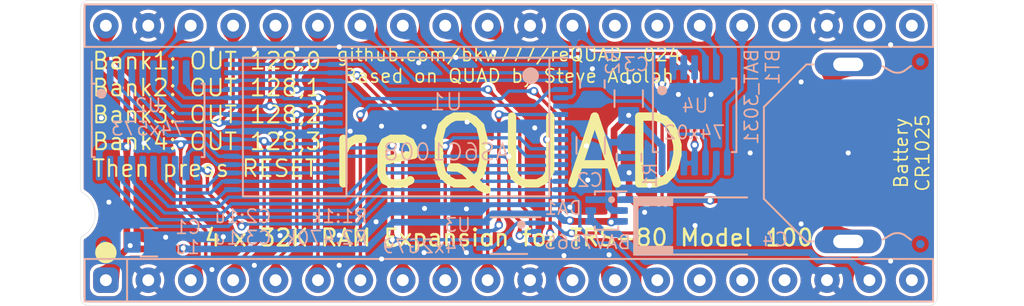
<source format=kicad_pcb>
(kicad_pcb (version 20221018) (generator pcbnew)
  (title_block (title "reQUAD") (date "2023-11-04") (rev "024") (company "Brian K. White - b.kenyon.w@gmail.com") (comment 1 "Original design by Steve Adolph"))
  (layers (0 "F.Cu" signal) (31 "B.Cu" signal) (34 "B.Paste" user) (35 "F.Paste" user) (36 "B.SilkS" user "B.Silkscreen") (37 "F.SilkS" user "F.Silkscreen") (38 "B.Mask" user) (39 "F.Mask" user) (44 "Edge.Cuts" user))
  (net 0 "")
  (net 1 "GND")
  (net 2 "/AD1")
  (net 3 "/AD3")
  (net 4 "/AD5")
  (net 5 "/AD7")
  (net 6 "/A9")
  (net 7 "/A11")
  (net 8 "/A13")
  (net 9 "/A15")
  (net 10 "/A14")
  (net 11 "/A12")
  (net 12 "/A10")
  (net 13 "/A8")
  (net 14 "/~{Y0}")
  (net 15 "/AD6")
  (net 16 "/AD4")
  (net 17 "/AD2")
  (net 18 "/AD0")
  (net 19 "VBUS")
  (net 22 "/A1")
  (net 23 "/A3")
  (net 24 "/A2")
  (net 25 "/A0")
  (net 26 "/A4")
  (net 27 "/A5")
  (net 28 "/A6")
  (net 29 "/A7")
  (net 30 "VMEM")
  (net 37 "/BUS_A15")
  (net 38 "/~{RD}")
  (net 39 "/A16")
  (net 40 "/RAM_RST")
  (net 41 "/IO{slash}~{M}")
  (net 42 "/ALE")
  (net 44 "/RESET")
  (net 45 "/~{WR}")
  (net 46 "/RAM_CE2")
  (net 47 "/BANK_LATCH")
  (net 48 "/BATT+")
  (net 49 "Net-(U4-Pad2)")
  (net 50 "Net-(U4-Pad13)")
  (net 51 "Net-(C4-Pad1)")
  (footprint "000_LOCAL:TSSOP-20_4.4x6.5mm_P0.65mm" (layer "B.Cu") (at 128.4 98.05 -90)
    (fp_text reference "U2")
    (fp_text value "74x573")
  )
  (footprint "000_LOCAL:TSSOP-14_4.4x5mm_P0.65mm" (layer "B.Cu") (at 161.125 97.75 -90)
    (fp_text reference "U4")
    (fp_text value "74x02")
  )
  (footprint "000_LOCAL:DIP-40_PCB" (layer "B.Cu") (at 149.999293 100.000707)
    (fp_text reference "J1" hide)
    (fp_text value "Model_100_System_BUS")
    (fp_line (start -25.654 -8.636) (end -25.654 2.159) (stroke (width 0.0254)) (layer "Edge.Cuts"))
    (fp_line (start -25.654 5.207) (end -25.654 8.636) (stroke (width 0.0254)) (layer "Edge.Cuts"))
    (fp_line (start -25.146 9.144) (end 25.146 9.144) (stroke (width 0.0254)) (layer "Edge.Cuts"))
    (fp_line (start 25.146 -9.144) (end -25.146 -9.144) (stroke (width 0.0254)) (layer "Edge.Cuts"))
    (fp_line (start 25.654 8.636) (end 25.654 -8.636) (stroke (width 0.0254)) (layer "Edge.Cuts"))
    (fp_arc (start -25.654 -8.636) (mid -25.50521 -8.99521) (end -25.146 -9.144) (stroke (width 0.0254)) (layer "Edge.Cuts"))
    (fp_arc (start -25.654 5.207) (mid -25.61997 5.080003) (end -25.527 4.987036) (stroke (width 0.0254)) (layer "Edge.Cuts"))
    (fp_arc (start -25.527 2.378964) (mid -25.61997 2.285997) (end -25.654 2.159) (stroke (width 0.0254)) (layer "Edge.Cuts"))
    (fp_arc (start -25.527 2.378964) (mid -24.774114 3.683) (end -25.527 4.987036) (stroke (width 0.0254)) (layer "Edge.Cuts"))
    (fp_arc (start -25.146 9.144) (mid -25.50521 8.99521) (end -25.654 8.636) (stroke (width 0.0254)) (layer "Edge.Cuts"))
    (fp_arc (start 25.146 -9.144) (mid 25.50521 -8.99521) (end 25.654 -8.636) (stroke (width 0.0254)) (layer "Edge.Cuts"))
    (fp_arc (start 25.654 8.636) (mid 25.50521 8.99521) (end 25.146 9.144) (stroke (width 0.0254)) (layer "Edge.Cuts"))
  )
  (footprint "000_LOCAL:C_0805" (layer "B.Cu") (at 154.9 99.55 -90)
    (fp_text reference "C2")
    (fp_text value "1u")
  )
  (footprint "000_LOCAL:VSSOP-8_2.3x2mm_P0.5mm" (layer "B.Cu") (at 150 104.95 180)
    (fp_text reference "U3")
    (fp_text value "74x2G79")
  )
  (footprint "000_LOCAL:Keystone_3031" (layer "B.Cu") (at 170.32 100 -90)
    (fp_text reference "BT1")
    (fp_text value "BAT_3031")
  )
  (footprint "000_LOCAL:R_0805" (layer "B.Cu") (at 155 95.875 90)
    (fp_text reference "R2")
    (fp_text value "470k")
  )
  (footprint "000_LOCAL:Fiducial_0.5_1.0" (layer "B.Cu") (at 125.75 105.5)
    (fp_text reference "F1" hide)
    (fp_text value "Fiducial_0.5_1.0")
  )
  (footprint "000_LOCAL:TSOP32-dual" (layer "B.Cu") (at 143.25 98.45 180)
    (fp_text reference "U1")
    (fp_text value "AS6C1008")
  )
  (footprint "000_LOCAL:Fiducial_0.5_1.0" (layer "B.Cu") (at 174.638 94.539)
    (fp_text reference "F3" hide)
    (fp_text value "Fiducial_0.5_1.0")
  )
  (footprint "000_LOCAL:C_0805" (layer "B.Cu") (at 128.45 105.35)
    (fp_text reference "C1")
    (fp_text value "1u")
  )
  (footprint "000_LOCAL:R_0805" (layer "B.Cu") (at 157.2 100.275 -90)
    (fp_text reference "R1")
    (fp_text value "1k")
  )
  (footprint "000_LOCAL:CP_EIA-6032-28" (layer "B.Cu") (at 161.2625 104.375)
    (fp_text reference "C4")
    (fp_text value "220u")
  )
  (footprint "000_LOCAL:Fiducial_0.5_1.0" (layer "B.Cu") (at 174.638 105.461)
    (fp_text reference "F2" hide)
    (fp_text value "Fiducial_0.5_1.0")
  )
  (footprint "000_LOCAL:C_0805" (layer "B.Cu") (at 157.175 96.75 90)
    (fp_text reference "C3")
    (fp_text value "1u")
  )
  (footprint "000_LOCAL:SOT-363" (layer "B.Cu") (at 155.85 103.45 180)
    (fp_text reference "DA1")
    (fp_text value "BAV756S")
  )
  (gr_text "R1:${c9ddfe98-400f-4ef9-b959-878c201bac72:VALUE}\nR2:${2e007350-c3e0-4b02-ad80-1f48bc9a9a17:VALUE}" (at 141.6 105.55) (layer "B.SilkS") (effects (font (size 0.8 0.8) (thickness 0.1)) (justify left bottom mirror)))
  (gr_text "C2:${00000000-0000-0000-0000-00006082f7c9:VALUE}\nC3:${f7501592-b6e5-41cf-84c0-263deadb2362:VALUE}" (at 135.85 105.55) (layer "B.SilkS") (effects (font (size 0.8 0.8) (thickness 0.1)) (justify left bottom mirror)))
  (gr_text "4 x 32K RAM Expansion for TRS-80 Model 100" (at 150 105.08) (layer "F.SilkS") (effects (font (size 1 1))))
  (gr_text "Battery\nCR1025" (at 174.13 100 90) (layer "F.SilkS") (effects (font (size 0.8 0.8) (thickness 0.1))))
  (gr_text "github.com/bkw777/reQUAD  ${REVISION}\nBased on QUAD by Steve Adolph" (at 150 94.75) (layer "F.SilkS") (effects (font (size 0.8 0.8) (thickness 0.1))))
  (gr_text "Bank1: OUT 128,0\nBank2: OUT 128,1\nBank3: OUT 128,2\nBank4: OUT 128,3\nThen press RESET\n" (at 124.981 93.904) (layer "F.SilkS") (effects (font (size 1 1) (thickness 0.12)) (justify left top)))
  (gr_text "${TITLE}" (at 150 100) (layer "F.SilkS") (effects (font (size 4 4) (thickness 0.5))))
  (via (at 167.5 104.25) (size 0.5) (drill 0.3) (layers "F.Cu" "B.Cu") (net 1))
  (via (at 154.7244 101.6256) (size 0.5) (drill 0.3) (layers "F.Cu" "B.Cu") (net 1))
  (via (at 144.925 98.425) (size 0.5) (drill 0.3) (layers "F.Cu" "B.Cu") (net 1))
  (via (at 136.325 98.825) (size 0.5) (drill 0.3) (layers "F.Cu" "B.Cu") (net 1))
  (via (at 132.9 105.025) (size 0.5) (drill 0.3) (layers "F.Cu" "B.Cu") (net 1))
  (via (at 126.05 102.95) (size 0.5) (drill 0.3) (layers "F.Cu" "B.Cu") (net 1))
  (via (at 158.425 101.95) (size 0.5) (drill 0.3) (layers "F.Cu" "B.Cu") (net 1))
  (via (at 144.95 103.325) (size 0.5) (drill 0.3) (layers "F.Cu" "B.Cu") (net 1))
  (via (at 134.76 106.731) (size 0.5) (drill 0.3) (layers "F.Cu" "B.Cu") (net 1))
  (via (at 160.15 96.5) (size 0.5) (drill 0.3) (layers "F.Cu" "B.Cu") (net 1))
  (via (at 147.5 98.15) (size 0.5) (drill 0.3) (layers "F.Cu" "B.Cu") (net 1))
  (via (at 151.55 98.5) (size 0.5) (drill 0.3) (layers "F.Cu" "B.Cu") (net 1))
  (via (at 129.45 105.05) (size 0.5) (drill 0.3) (layers "F.Cu" "B.Cu") (net 1))
  (via (at 146.825 94.285) (size 0.5) (drill 0.3) (layers "F.Cu" "B.Cu") (net 1))
  (via (at 137.3 93.777) (size 0.5) (drill 0.3) (layers "F.Cu" "B.Cu") (net 1))
  (via (at 128.15 99.425) (size 0.5) (drill 0.3) (layers "F.Cu" "B.Cu") (net 1))
  (via (at 155 94.9625) (size 0.5) (drill 0.3) (layers "F.Cu" "B.Cu") (net 1))
  (via (at 140.5 98.7) (size 0.5) (drill 0.3) (layers "F.Cu" "B.Cu") (net 1))
  (via (at 134.76 93.777) (size 0.5) (drill 0.3) (layers "F.Cu" "B.Cu") (net 1))
  (via (at 136.3 104.95) (size 0.5) (drill 0.3) (layers "F.Cu" "B.Cu") (net 1))
  (via (at 132.22 106.985) (size 0.5) (drill 0.3) (layers "F.Cu" "B.Cu") (net 1))
  (via (at 153.3 106.15) (size 0.5) (drill 0.3) (layers "F.Cu" "B.Cu") (net 1))
  (via (at 156 106.1) (size 0.5) (drill 0.3) (layers "F.Cu" "B.Cu") (net 1))
  (via (at 149.1 93.975) (size 0.5) (drill 0.3) (layers "F.Cu" "B.Cu") (net 1))
  (via (at 139.84 93.65) (size 0.5) (drill 0.3) (layers "F.Cu" "B.Cu") (net 1))
  (via (at 150 105.715) (size 0.5) (drill 0.3) (layers "F.Cu" "B.Cu") (net 1))
  (via (at 154.65 99.575) (size 0.5) (drill 0.3) (layers "F.Cu" "B.Cu") (net 1))
  (via (at 144.92 105.969) (size 0.5) (drill 0.3) (layers "F.Cu" "B.Cu") (net 1))
  (via (at 144.6 94.6) (size 0.5) (drill 0.3) (layers "F.Cu" "B.Cu") (net 1))
  (via (at 142.05 104.125) (size 0.5) (drill 0.3) (layers "F.Cu" "B.Cu") (net 1))
  (via (at 164.45 100) (size 0.5) (drill 0.3) (layers "F.Cu" "B.Cu") (net 1))
  (via (at 147.46 103.35) (size 0.5) (drill 0.3) (layers "F.Cu" "B.Cu") (net 1))
  (via (at 172.86 93.523) (size 0.5) (drill 0.3) (layers "F.Cu" "B.Cu") (net 1))
  (via (at 170.32 100) (size 0.5) (drill 0.3) (layers "F.Cu" "B.Cu") (net 1))
  (via (at 125.6 97.9) (size 0.5) (drill 0.3) (layers "F.Cu" "B.Cu") (net 1))
  (via (at 172.86 106.477) (size 0.5) (drill 0.3) (layers "F.Cu" "B.Cu") (net 1))
  (via (at 167.5 95.75) (size 0.5) (drill 0.3) (layers "F.Cu" "B.Cu") (net 1))
  (via (at 153.65 103.25) (size 0.5) (drill 0.3) (layers "F.Cu" "B.Cu") (net 1))
  (via (at 132.22 93.777) (size 0.5) (drill 0.3) (layers "F.Cu" "B.Cu") (net 1))
  (via (at 161.15 104.35) (size 0.5) (drill 0.3) (layers "F.Cu" "B.Cu") (net 1))
  (via (at 162.1 96.5) (size 0.5) (drill 0.3) (layers "F.Cu" "B.Cu") (net 1))
  (via (at 139.85 104.925) (size 0.5) (drill 0.3) (layers "F.Cu" "B.Cu") (net 1))
  (via (at 142.38 106.35) (size 0.5) (drill 0.3) (layers "F.Cu" "B.Cu") (net 1))
  (via (at 142.375 98.4) (size 0.5) (drill 0.3) (layers "F.Cu" "B.Cu") (net 1))
  (via (at 147.46 105.969) (size 0.5) (drill 0.3) (layers "F.Cu" "B.Cu") (net 1))
  (via (at 157.175 95.75) (size 0.5) (drill 0.3) (layers "F.Cu" "B.Cu") (net 1))
  (via (at 139.84 106.731) (size 0.5) (drill 0.3) (layers "F.Cu" "B.Cu") (net 1))
  (segment (start 168.949107 107.620707) (end 168.3642 107.0358) (width 0.4) (layer "B.Cu") (net 1))
  (segment (start 169.150893 107.620707) (end 168.949107 107.620707) (width 0.4) (layer "B.Cu") (net 1))
  (segment (start 169.7358 107.0358) (end 169.150893 107.620707) (width 0.4) (layer "B.Cu") (net 1))
  (segment (start 168.0848 107.0358) (end 170.0152 107.0358) (width 0.4) (layer "B.Cu") (net 1))
  (segment (start 143.025 105.2) (end 143.025 99.55) (width 0.2) (layer "F.Cu") (net 2))
  (via (at 143.025 99.55) (size 0.5) (drill 0.3) (layers "F.Cu" "B.Cu") (net 2))
  (via (at 143.025 105.2) (size 0.5) (drill 0.3) (layers "F.Cu" "B.Cu") (net 2))
  (segment (start 142.875 99.7) (end 143.025 99.55) (width 0.2) (layer "B.Cu") (net 2))
  (segment (start 131.9875 98.95) (end 129.55 98.95) (width 0.2) (layer "B.Cu") (net 2))
  (segment (start 126.875 95.0875) (end 126.875 94.3375) (width 0.2) (layer "B.Cu") (net 2))
  (segment (start 129.55 98.95) (end 126.775 96.175) (width 0.2) (layer "B.Cu") (net 2))
  (segment (start 133.4 99.7) (end 134.55 99.7) (width 0.2) (layer "B.Cu") (net 2))
  (segment (start 138.9 99.7) (end 139.6 99.7) (width 0.2) (layer "B.Cu") (net 2))
  (segment (start 133.4 99.7) (end 132.7375 99.7) (width 0.2) (layer "B.Cu") (net 2))
  (segment (start 134.55 99.7) (end 134.7 99.85) (width 0.2) (layer "B.Cu") (net 2))
  (segment (start 139.6 99.7) (end 142.875 99.7) (width 0.2) (layer "B.Cu") (net 2))
  (segment (start 129.23 94.1) (end 130.949293 92.380707) (width 0.2) (layer "B.Cu") (net 2))
  (segment (start 127.1125 94.1) (end 129.23 94.1) (width 0.2) (layer "B.Cu") (net 2))
  (segment (start 126.775 96.175) (end 126.775 95.1875) (width 0.2) (layer "B.Cu") (net 2))
  (segment (start 138.75 99.85) (end 138.9 99.7) (width 0.2) (layer "B.Cu") (net 2))
  (segment (start 132.7375 99.7) (end 131.9875 98.95) (width 0.2) (layer "B.Cu") (net 2))
  (segment (start 134.7 99.85) (end 138.75 99.85) (width 0.2) (layer "B.Cu") (net 2))
  (segment (start 126.775 95.1875) (end 126.875 95.0875) (width 0.2) (layer "B.Cu") (net 2))
  (segment (start 126.875 94.3375) (end 127.1125 94.1) (width 0.2) (layer "B.Cu") (net 2))
  (segment (start 148.45 105.2) (end 143.025 105.2) (width 0.2) (layer "B.Cu") (net 2))
  (segment (start 133.489293 97.360707) (end 133.489293 92.380707) (width 0.2) (layer "F.Cu") (net 3))
  (segment (start 132.65 98.2) (end 133.489293 97.360707) (width 0.2) (layer "F.Cu") (net 3))
  (via (at 132.65 98.2) (size 0.5) (drill 0.3) (layers "F.Cu" "B.Cu") (net 3))
  (segment (start 137.875 98.2) (end 137.775 98.3) (width 0.2) (layer "B.Cu") (net 3))
  (segment (start 137.775 98.3) (end 136.825 98.3) (width 0.2) (layer "B.Cu") (net 3))
  (segment (start 136.825 98.3) (end 136.725 98.2) (width 0.2) (layer "B.Cu") (net 3))
  (segment (start 136.725 98.2) (end 133.4 98.2) (width 0.2) (layer "B.Cu") (net 3))
  (segment (start 132.65 98.2) (end 132.6 98.15) (width 0.2) (layer "B.Cu") (net 3))
  (segment (start 128.075 96.175) (end 128.075 95.1875) (width 0.2) (layer "B.Cu") (net 3))
  (segment (start 133.4 98.2) (end 132.65 98.2) (width 0.2) (layer "B.Cu") (net 3))
  (segment (start 130.05 98.15) (end 128.075 96.175) (width 0.2) (layer "B.Cu") (net 3))
  (segment (start 139.6 98.2) (end 137.875 98.2) (width 0.2) (layer "B.Cu") (net 3))
  (segment (start 132.6 98.15) (end 130.05 98.15) (width 0.2) (layer "B.Cu") (net 3))
  (segment (start 136.029293 92.380707) (end 136.029293 94.320707) (width 0.2) (layer "F.Cu") (net 4))
  (segment (start 135.7 94.65) (end 135.7 97.2) (width 0.2) (layer "F.Cu") (net 4))
  (segment (start 136.029293 94.320707) (end 135.7 94.65) (width 0.2) (layer "F.Cu") (net 4))
  (via (at 135.7 97.2) (size 0.5) (drill 0.3) (layers "F.Cu" "B.Cu") (net 4))
  (segment (start 129.375 96.175) (end 129.375 95.1875) (width 0.2) (layer "B.Cu") (net 4))
  (segment (start 130.4 97.2) (end 129.375 96.175) (width 0.2) (layer "B.Cu") (net 4))
  (segment (start 138 97.25) (end 139.55 97.25) (width 0.2) (layer "B.Cu") (net 4))
  (segment (start 133.4 97.2) (end 130.4 97.2) (width 0.2) (layer "B.Cu") (net 4))
  (segment (start 135.75 97.15) (end 137.9 97.15) (width 0.2) (layer "B.Cu") (net 4))
  (segment (start 139.55 97.25) (end 139.6 97.2) (width 0.2) (layer "B.Cu") (net 4))
  (segment (start 135.7 97.2) (end 133.4 97.2) (width 0.2) (layer "B.Cu") (net 4))
  (segment (start 137.9 97.15) (end 138 97.25) (width 0.2) (layer "B.Cu") (net 4))
  (segment (start 135.7 97.2) (end 135.75 97.15) (width 0.2) (layer "B.Cu") (net 4))
  (segment (start 137.3 95.3) (end 138.569293 94.030707) (width 0.2) (layer "F.Cu") (net 5))
  (segment (start 137.3 96.2) (end 137.3 95.3) (width 0.2) (layer "F.Cu") (net 5))
  (segment (start 138.569293 94.030707) (end 138.569293 92.380707) (width 0.2) (layer "F.Cu") (net 5))
  (via (at 137.3 96.2) (size 0.5) (drill 0.3) (layers "F.Cu" "B.Cu") (net 5))
  (segment (start 137.25 96.15) (end 133.45 96.15) (width 0.2) (layer "B.Cu") (net 5))
  (segment (start 130.775 95.2875) (end 130.775 96) (width 0.2) (layer "B.Cu") (net 5))
  (segment (start 139.55 96.15) (end 139.6 96.2) (width 0.2) (layer "B.Cu") (net 5))
  (segment (start 137.3 96.2) (end 137.25 96.15) (width 0.2) (layer "B.Cu") (net 5))
  (segment (start 133.45 96.15) (end 133.4 96.2) (width 0.2) (layer "B.Cu") (net 5))
  (segment (start 130.675 95.1875) (end 130.775 95.2875) (width 0.2) (layer "B.Cu") (net 5))
  (segment (start 133.35 96.25) (end 133.4 96.2) (width 0.2) (layer "B.Cu") (net 5))
  (segment (start 131.025 96.25) (end 133.35 96.25) (width 0.2) (layer "B.Cu") (net 5))
  (segment (start 130.775 96) (end 131.025 96.25) (width 0.2) (layer "B.Cu") (net 5))
  (segment (start 137.3 96.2) (end 137.35 96.15) (width 0.2) (layer "B.Cu") (net 5))
  (segment (start 137.35 96.15) (end 139.55 96.15) (width 0.2) (layer "B.Cu") (net 5))
  (segment (start 144.378586 95.65) (end 141.109293 92.380707) (width 0.2) (layer "B.Cu") (net 6))
  (segment (start 153.1 95.7) (end 153.05 95.65) (width 0.2) (layer "B.Cu") (net 6))
  (segment (start 153.05 95.65) (end 144.378586 95.65) (width 0.2) (layer "B.Cu") (net 6))
  (segment (start 146.468586 95.2) (end 143.649293 92.380707) (width 0.2) (layer "B.Cu") (net 7))
  (segment (start 153.1 95.2) (end 146.468586 95.2) (width 0.2) (layer "B.Cu") (net 7))
  (segment (start 153.1 94.7) (end 148.508586 94.7) (width 0.2) (layer "B.Cu") (net 8))
  (segment (start 148.508586 94.7) (end 146.189293 92.380707) (width 0.2) (layer "B.Cu") (net 8))
  (segment (start 149.4 104.325) (end 149.4 97.7) (width 0.2) (layer "F.Cu") (net 9))
  (via (at 149.4 97.7) (size 0.5) (drill 0.3) (layers "F.Cu" "B.Cu") (net 9))
  (via (at 149.4 104.325) (size 0.5) (drill 0.3) (layers "F.Cu" "B.Cu") (net 9))
  (segment (start 148.5 104.65) (end 148.45 104.7) (width 0.2) (layer "B.Cu") (net 9))
  (segment (start 149.075 104.65) (end 148.5 104.65) (width 0.2) (layer "B.Cu") (net 9))
  (segment (start 149.4 104.325) (end 149.075 104.65) (width 0.2) (layer "B.Cu") (net 9))
  (segment (start 153.1 97.7) (end 149.4 97.7) (width 0.2) (layer "B.Cu") (net 9))
  (segment (start 148.729293 99.65) (end 148.729293 107.620707) (width 0.2) (layer "F.Cu") (net 10))
  (via (at 148.729293 99.65) (size 0.5) (drill 0.3) (layers "F.Cu" "B.Cu") (net 10))
  (segment (start 150.5 99.65) (end 151.05 100.2) (width 0.2) (layer "B.Cu") (net 10))
  (segment (start 148.729293 99.65) (end 150.5 99.65) (width 0.2) (layer "B.Cu") (net 10))
  (segment (start 151.05 100.2) (end 153.1 100.2) (width 0.2) (layer "B.Cu") (net 10))
  (segment (start 146.189293 99.6) (end 146.189293 107.620707) (width 0.2) (layer "F.Cu") (net 11))
  (via (at 146.189293 99.6) (size 0.5) (drill 0.3) (layers "F.Cu" "B.Cu") (net 11))
  (segment (start 146.189293 99.6) (end 146.689293 99.1) (width 0.2) (layer "B.Cu") (net 11))
  (segment (start 153.05 99.75) (end 153.1 99.7) (width 0.2) (layer "B.Cu") (net 11))
  (segment (start 146.689293 99.1) (end 150.65 99.1) (width 0.2) (layer "B.Cu") (net 11))
  (segment (start 151.3 99.75) (end 153.05 99.75) (width 0.2) (layer "B.Cu") (net 11))
  (segment (start 150.65 99.1) (end 151.3 99.75) (width 0.2) (layer "B.Cu") (net 11))
  (segment (start 140.9 95.35) (end 143.649293 98.099293) (width 0.2) (layer "F.Cu") (net 12))
  (segment (start 143.649293 98.099293) (end 143.649293 107.620707) (width 0.2) (layer "F.Cu") (net 12))
  (via (at 140.9 95.35) (size 0.5) (drill 0.3) (layers "F.Cu" "B.Cu") (net 12))
  (segment (start 140.75 95.2) (end 139.6 95.2) (width 0.2) (layer "B.Cu") (net 12))
  (segment (start 140.9 95.35) (end 140.75 95.2) (width 0.2) (layer "B.Cu") (net 12))
  (segment (start 133.4 95.2) (end 139.6 95.2) (width 0.2) (layer "B.Cu") (net 12))
  (segment (start 141.109293 97.7) (end 141.109293 107.620707) (width 0.2) (layer "F.Cu") (net 13))
  (via (at 141.109293 97.7) (size 0.5) (drill 0.3) (layers "F.Cu" "B.Cu") (net 13))
  (segment (start 153.05 96.25) (end 153.1 96.2) (width 0.2) (layer "B.Cu") (net 13))
  (segment (start 152.45 96.25) (end 153.05 96.25) (width 0.2) (layer "B.Cu") (net 13))
  (segment (start 141.659293 97.15) (end 151.55 97.15) (width 0.2) (layer "B.Cu") (net 13))
  (segment (start 151.55 97.15) (end 152.45 96.25) (width 0.2) (layer "B.Cu") (net 13))
  (segment (start 141.109293 97.7) (end 141.659293 97.15) (width 0.2) (layer "B.Cu") (net 13))
  (segment (start 162.325 93.675) (end 161.429293 92.779293) (width 0.2) (layer "B.Cu") (net 14))
  (segment (start 162.425 94.8875) (end 162.325 94.7875) (width 0.2) (layer "B.Cu") (net 14))
  (segment (start 161.429293 92.779293) (end 161.429293 92.380707) (width 0.2) (layer "B.Cu") (net 14))
  (segment (start 162.325 94.7875) (end 162.325 93.675) (width 0.2) (layer "B.Cu") (net 14))
  (segment (start 138.569293 96.730707) (end 138.569293 107.620707) (width 0.2) (layer "F.Cu") (net 15))
  (segment (start 138.6 96.7) (end 138.569293 96.730707) (width 0.2) (layer "F.Cu") (net 15))
  (via (at 138.6 96.7) (size 0.5) (drill 0.3) (layers "F.Cu" "B.Cu") (net 15))
  (segment (start 136.45 96.65) (end 133.45 96.65) (width 0.2) (layer "B.Cu") (net 15))
  (segment (start 130.025 96.175) (end 130.55 96.7) (width 0.2) (layer "B.Cu") (net 15))
  (segment (start 138.55 96.75) (end 136.55 96.75) (width 0.2) (layer "B.Cu") (net 15))
  (segment (start 130.55 96.7) (end 133.4 96.7) (width 0.2) (layer "B.Cu") (net 15))
  (segment (start 138.6 96.7) (end 138.55 96.75) (width 0.2) (layer "B.Cu") (net 15))
  (segment (start 133.45 96.65) (end 133.4 96.7) (width 0.2) (layer "B.Cu") (net 15))
  (segment (start 130.025 95.1875) (end 130.025 96.175) (width 0.2) (layer "B.Cu") (net 15))
  (segment (start 138.6 96.7) (end 139.6 96.7) (width 0.2) (layer "B.Cu") (net 15))
  (segment (start 136.55 96.75) (end 136.45 96.65) (width 0.2) (layer "B.Cu") (net 15))
  (segment (start 137.3 97.7) (end 137.3 105.207) (width 0.2) (layer "F.Cu") (net 16))
  (segment (start 136.029293 106.477707) (end 136.029293 107.620707) (width 0.2) (layer "F.Cu") (net 16))
  (segment (start 137.3 105.207) (end 136.029293 106.477707) (width 0.2) (layer "F.Cu") (net 16))
  (via (at 137.3 97.7) (size 0.5) (drill 0.3) (layers "F.Cu" "B.Cu") (net 16))
  (segment (start 133.35 97.65) (end 130.2 97.65) (width 0.2) (layer "B.Cu") (net 16))
  (segment (start 130.2 97.65) (end 128.725 96.175) (width 0.2) (layer "B.Cu") (net 16))
  (segment (start 133.4 97.7) (end 133.35 97.65) (width 0.2) (layer "B.Cu") (net 16))
  (segment (start 137.3 97.7) (end 139.6 97.7) (width 0.2) (layer "B.Cu") (net 16))
  (segment (start 133.4 97.7) (end 133.45 97.75) (width 0.2) (layer "B.Cu") (net 16))
  (segment (start 137.25 97.75) (end 137.3 97.7) (width 0.2) (layer "B.Cu") (net 16))
  (segment (start 128.725 96.175) (end 128.725 95.1875) (width 0.2) (layer "B.Cu") (net 16))
  (segment (start 133.45 97.75) (end 137.25 97.75) (width 0.2) (layer "B.Cu") (net 16))
  (segment (start 135.35 104.975) (end 135.35 99.3) (width 0.2) (layer "F.Cu") (net 17))
  (segment (start 133.489293 107.620707) (end 133.6678 107.4422) (width 0.2) (layer "F.Cu") (net 17))
  (segment (start 133.6678 107.4422) (end 133.6678 106.6572) (width 0.2) (layer "F.Cu") (net 17))
  (segment (start 133.6678 106.6572) (end 135.35 104.975) (width 0.2) (layer "F.Cu") (net 17))
  (via (at 135.35 99.3) (size 0.5) (drill 0.3) (layers "F.Cu" "B.Cu") (net 17))
  (segment (start 139.6 99.2) (end 138.75 99.2) (width 0.2) (layer "B.Cu") (net 17))
  (segment (start 138.5 99.45) (end 135.5 99.45) (width 0.2) (layer "B.Cu") (net 17))
  (segment (start 133.4 99.2) (end 133.35 99.15) (width 0.2) (layer "B.Cu") (net 17))
  (segment (start 129.8 98.55) (end 127.425 96.175) (width 0.2) (layer "B.Cu") (net 17))
  (segment (start 135.5 99.45) (end 135.35 99.3) (width 0.2) (layer "B.Cu") (net 17))
  (segment (start 132.175 98.55) (end 129.8 98.55) (width 0.2) (layer "B.Cu") (net 17))
  (segment (start 127.425 96.175) (end 127.425 95.1875) (width 0.2) (layer "B.Cu") (net 17))
  (segment (start 132.775 99.15) (end 132.175 98.55) (width 0.2) (layer "B.Cu") (net 17))
  (segment (start 133.35 99.15) (end 132.775 99.15) (width 0.2) (layer "B.Cu") (net 17))
  (segment (start 138.75 99.2) (end 138.5 99.45) (width 0.2) (layer "B.Cu") (net 17))
  (segment (start 135.35 99.3) (end 135.25 99.2) (width 0.2) (layer "B.Cu") (net 17))
  (segment (start 135.25 99.2) (end 133.4 99.2) (width 0.2) (layer "B.Cu") (net 17))
  (segment (start 150 100.2) (end 150 103.429) (width 0.2) (layer "F.Cu") (net 18))
  (segment (start 150.65 104.079) (end 150.65 104.95) (width 0.2) (layer "F.Cu") (net 18))
  (segment (start 130.35 99.5) (end 130.35 103.15) (width 0.2) (layer "F.Cu") (net 18))
  (segment (start 130.949293 107.223832) (end 130.949293 107.620707) (width 0.2) (layer "F.Cu") (net 18))
  (segment (start 150 103.429) (end 150.65 104.079) (width 0.2) (layer "F.Cu") (net 18))
  (segment (start 131.85 104.65) (end 131.85 106.323125) (width 0.2) (layer "F.Cu") (net 18))
  (segment (start 130.35 103.15) (end 131.85 104.65) (width 0.2) (layer "F.Cu") (net 18))
  (segment (start 131.85 106.323125) (end 130.949293 107.223832) (width 0.2) (layer "F.Cu") (net 18))
  (via (at 150 100.2) (size 0.5) (drill 0.3) (layers "F.Cu" "B.Cu") (net 18))
  (via (at 150.65 104.95) (size 0.5) (drill 0.3) (layers "F.Cu" "B.Cu") (net 18))
  (via (at 130.35 99.5) (size 0.5) (drill 0.3) (layers "F.Cu" "B.Cu") (net 18))
  (segment (start 139.6 100.2) (end 139.55 100.25) (width 0.2) (layer "B.Cu") (net 18))
  (segment (start 126.125 96.1625) (end 126.125 95.1875) (width 0.2) (layer "B.Cu") (net 18))
  (segment (start 130.5 99.35) (end 130.35 99.5) (width 0.2) (layer "B.Cu") (net 18))
  (segment (start 150 100.2) (end 139.6 100.2) (width 0.2) (layer "B.Cu") (net 18))
  (segment (start 132.625 100.2) (end 131.775 99.35) (width 0.2) (layer "B.Cu") (net 18))
  (segment (start 131.775 99.35) (end 130.5 99.35) (width 0.2) (layer "B.Cu") (net 18))
  (segment (start 133.45 100.25) (end 133.4 100.2) (width 0.2) (layer "B.Cu") (net 18))
  (segment (start 129.3125 99.35) (end 126.125 96.1625) (width 0.2) (layer "B.Cu") (net 18))
  (segment (start 129.3125 99.35) (end 130.2 99.35) (width 0.2) (layer "B.Cu") (net 18))
  (segment (start 133.4 100.2) (end 132.625 100.2) (width 0.2) (layer "B.Cu") (net 18))
  (segment (start 150.65 104.95) (end 150.85 104.75) (width 0.2) (layer "B.Cu") (net 18))
  (segment (start 151.5 104.75) (end 151.55 104.7) (width 0.2) (layer "B.Cu") (net 18))
  (segment (start 139.55 100.25) (end 133.45 100.25) (width 0.2) (layer "B.Cu") (net 18))
  (segment (start 130.2 99.35) (end 130.35 99.5) (width 0.2) (layer "B.Cu") (net 18))
  (segment (start 150.85 104.75) (end 151.5 104.75) (width 0.2) (layer "B.Cu") (net 18))
  (segment (start 125.869293 94.665293) (end 127.125 95.921) (width 0.4) (layer "F.Cu") (net 19))
  (segment (start 130.5 105.7) (end 130.45 105.75) (width 0.4) (layer "F.Cu") (net 19))
  (segment (start 125.869293 92.380707) (end 125.869293 94.665293) (width 0.4) (layer "F.Cu") (net 19))
  (segment (start 153.7 104.1) (end 153.65 104.05) (width 0.4) (layer "F.Cu") (net 19))
  (segment (start 126.4 106.475) (end 126.4 107.09) (width 0.4) (layer "F.Cu") (net 19))
  (segment (start 127.125 105.75) (end 126.4 106.475) (width 0.4) (layer "F.Cu") (net 19))
  (segment (start 156.125 104.15) (end 156.075 104.1) (width 0.4) (layer "F.Cu") (net 19))
  (segment (start 156.075 104.1) (end 153.7 104.1) (width 0.4) (layer "F.Cu") (net 19))
  (segment (start 156.2992 98.6258) (end 156.2992 103.9758) (width 0.4) (layer "F.Cu") (net 19))
  (segment (start 127.325 105.55) (end 127.125 105.75) (width 0.4) (layer "F.Cu") (net 19))
  (segment (start 156.2992 103.9758) (end 156.125 104.15) (width 0.4) (layer "F.Cu") (net 19))
  (segment (start 127.125 99.619) (end 127.125 105.75) (width 0.4) (layer "F.Cu") (net 19))
  (segment (start 127.125 95.921) (end 127.125 99.619) (width 0.4) (layer "F.Cu") (net 19))
  (segment (start 130.45 105.75) (end 127.125 105.75) (width 0.4) (layer "F.Cu") (net 19))
  (segment (start 126.4 107.09) (end 125.869293 107.620707) (width 0.4) (layer "F.Cu") (net 19))
  (segment (start 127.85 105.75) (end 127.125 105.025) (width 0.4) (layer "F.Cu") (net 19))
  (segment (start 157.175 97.75) (end 156.2992 98.6258) (width 0.4) (layer "F.Cu") (net 19))
  (via (at 127.125 99.619) (size 0.5) (drill 0.3) (layers "F.Cu" "B.Cu") (net 19))
  (via (at 156.125 104.15) (size 0.5) (drill 0.3) (layers "F.Cu" "B.Cu") (net 19))
  (via (at 130.5 105.7) (size 0.5) (drill 0.3) (layers "F.Cu" "B.Cu") (net 19))
  (via (at 127.325 105.55) (size 0.5) (drill 0.3) (layers "F.Cu" "B.Cu") (net 19))
  (via (at 157.175 97.75) (size 0.5) (drill 0.3) (layers "F.Cu" "B.Cu") (net 19))
  (via (at 153.65 104.05) (size 0.5) (drill 0.3) (layers "F.Cu" "B.Cu") (net 19))
  (segment (start 149.025 103.65) (end 152.9 103.65) (width 0.4) (layer "B.Cu") (net 19))
  (segment (start 125.475 99.887) (end 125.475 100.9125) (width 0.4) (layer "B.Cu") (net 19))
  (segment (start 156.8 104.1) (end 156.175 104.1) (width 0.4) (layer "B.Cu") (net 19))
  (segment (start 157.35 97.75) (end 157.175 97.75) (width 0.4) (layer "B.Cu") (net 19))
  (segment (start 143.075 104.15) (end 148.525 104.15) (width 0.4) (layer "B.Cu") (net 19))
  (segment (start 130.55 105.75) (end 141.475 105.75) (width 0.4) (layer "B.Cu") (net 19))
  (segment (start 125.743 99.619) (end 125.475 99.887) (width 0.4) (layer "B.Cu") (net 19))
  (segment (start 130.5 105.7) (end 130.55 105.75) (width 0.4) (layer "B.Cu") (net 19))
  (segment (start 127.325 105.55) (end 127.325 105.475) (width 0.4) (layer "B.Cu") (net 19))
  (segment (start 153.3 104.05) (end 153.65 104.05) (width 0.4) (layer "B.Cu") (net 19))
  (segment (start 127.125 99.619) (end 125.743 99.619) (width 0.4) (layer "B.Cu") (net 19))
  (segment (start 159.175 99.575) (end 157.35 97.75) (width 0.4) (layer "B.Cu") (net 19))
  (segment (start 159.175 100.6125) (end 159.175 99.575) (width 0.4) (layer "B.Cu") (net 19))
  (segment (start 156.175 104.1) (end 156.125 104.15) (width 0.4) (layer "B.Cu") (net 19))
  (segment (start 152.9 103.65) (end 153.3 104.05) (width 0.4) (layer "B.Cu") (net 19))
  (segment (start 141.475 105.75) (end 143.075 104.15) (width 0.4) (layer "B.Cu") (net 19))
  (segment (start 127.325 105.475) (end 127.45 105.35) (width 0.4) (layer "B.Cu") (net 19))
  (segment (start 148.525 104.15) (end 149.025 103.65) (width 0.4) (layer "B.Cu") (net 19))
  (segment (start 159.175 101.15) (end 159.175 100.6125) (width 0.4) (layer "B.Cu") (net 19))
  (segment (start 126.875 101.0125) (end 126.775 100.9125) (width 0.2) (layer "B.Cu") (net 22))
  (segment (start 133.575 103.45) (end 133.025 104) (width 0.2) (layer "B.Cu") (net 22))
  (segment (start 140.6 103.45) (end 133.575 103.45) (width 0.2) (layer "B.Cu") (net 22))
  (segment (start 153.1 101.7) (end 142.35 101.7) (width 0.2) (layer "B.Cu") (net 22))
  (segment (start 126.875 101.75) (end 126.875 101.0125) (width 0.2) (layer "B.Cu") (net 22))
  (segment (start 129.125 104) (end 126.875 101.75) (width 0.2) (layer "B.Cu") (net 22))
  (segment (start 133.025 104) (end 129.125 104) (width 0.2) (layer "B.Cu") (net 22))
  (segment (start 142.35 101.7) (end 140.6 103.45) (width 0.2) (layer "B.Cu") (net 22))
  (segment (start 128.175 101.0125) (end 128.075 100.9125) (width 0.2) (layer "B.Cu") (net 23))
  (segment (start 133.225 102.65) (end 132.675 103.2) (width 0.2) (layer "B.Cu") (net 23))
  (segment (start 140.2 102.65) (end 133.225 102.65) (width 0.2) (layer "B.Cu") (net 23))
  (segment (start 132.675 103.2) (end 129.625 103.2) (width 0.2) (layer "B.Cu") (net 23))
  (segment (start 142.1 100.75) (end 140.2 102.65) (width 0.2) (layer "B.Cu") (net 23))
  (segment (start 153.05 100.75) (end 142.1 100.75) (width 0.2) (layer "B.Cu") (net 23))
  (segment (start 128.175 101.75) (end 128.175 101.0125) (width 0.2) (layer "B.Cu") (net 23))
  (segment (start 153.1 100.7) (end 153.05 100.75) (width 0.2) (layer "B.Cu") (net 23))
  (segment (start 129.625 103.2) (end 128.175 101.75) (width 0.2) (layer "B.Cu") (net 23))
  (segment (start 132.85 103.6) (end 129.375 103.6) (width 0.2) (layer "B.Cu") (net 24))
  (segment (start 127.525 101.0125) (end 127.425 100.9125) (width 0.2) (layer "B.Cu") (net 24))
  (segment (start 133.4 103.05) (end 132.85 103.6) (width 0.2) (layer "B.Cu") (net 24))
  (segment (start 140.4 103.05) (end 133.4 103.05) (width 0.2) (layer "B.Cu") (net 24))
  (segment (start 142.25 101.2) (end 140.4 103.05) (width 0.2) (layer "B.Cu") (net 24))
  (segment (start 153.1 101.2) (end 142.25 101.2) (width 0.2) (layer "B.Cu") (net 24))
  (segment (start 127.525 101.75) (end 127.525 101.0125) (width 0.2) (layer "B.Cu") (net 24))
  (segment (start 129.375 103.6) (end 127.525 101.75) (width 0.2) (layer "B.Cu") (net 24))
  (segment (start 153.1 102.2) (end 142.45 102.2) (width 0.2) (layer "B.Cu") (net 25))
  (segment (start 128.875 104.4) (end 126.225 101.75) (width 0.2) (layer "B.Cu") (net 25))
  (segment (start 142.45 102.2) (end 140.8 103.85) (width 0.2) (layer "B.Cu") (net 25))
  (segment (start 126.225 101.75) (end 126.225 101.0125) (width 0.2) (layer "B.Cu") (net 25))
  (segment (start 140.8 103.85) (end 133.75 103.85) (width 0.2) (layer "B.Cu") (net 25))
  (segment (start 133.75 103.85) (end 133.2 104.4) (width 0.2) (layer "B.Cu") (net 25))
  (segment (start 126.225 101.0125) (end 126.125 100.9125) (width 0.2) (layer "B.Cu") (net 25))
  (segment (start 133.2 104.4) (end 128.875 104.4) (width 0.2) (layer "B.Cu") (net 25))
  (segment (start 132.5 102.8) (end 133.1 102.2) (width 0.2) (layer "B.Cu") (net 26))
  (segment (start 129.875 102.8) (end 132.5 102.8) (width 0.2) (layer "B.Cu") (net 26))
  (segment (start 128.825 101.75) (end 129.875 102.8) (width 0.2) (layer "B.Cu") (net 26))
  (segment (start 133.1 102.2) (end 133.4 102.2) (width 0.2) (layer "B.Cu") (net 26))
  (segment (start 128.825 101.0125) (end 128.825 101.75) (width 0.2) (layer "B.Cu") (net 26))
  (segment (start 128.725 100.9125) (end 128.825 101.0125) (width 0.2) (layer "B.Cu") (net 26))
  (segment (start 139.6 102.2) (end 133.4 102.2) (width 0.2) (layer "B.Cu") (net 26))
  (segment (start 130.125 102.4) (end 129.475 101.75) (width 0.2) (layer "B.Cu") (net 27))
  (segment (start 129.475 101.0125) (end 129.375 100.9125) (width 0.2) (layer "B.Cu") (net 27))
  (segment (start 133.4 101.7) (end 132.85 101.7) (width 0.2) (layer "B.Cu") (net 27))
  (segment (start 132.85 101.7) (end 132.15 102.4) (width 0.2) (layer "B.Cu") (net 27))
  (segment (start 132.15 102.4) (end 130.125 102.4) (width 0.2) (layer "B.Cu") (net 27))
  (segment (start 129.475 101.75) (end 129.475 101.0125) (width 0.2) (layer "B.Cu") (net 27))
  (segment (start 139.6 101.7) (end 133.4 101.7) (width 0.2) (layer "B.Cu") (net 27))
  (segment (start 139.6 101.2) (end 133.4 101.2) (width 0.2) (layer "B.Cu") (net 28))
  (segment (start 130.375 102) (end 130.125 101.75) (width 0.2) (layer "B.Cu") (net 28))
  (segment (start 132.75 101.2) (end 131.95 102) (width 0.2) (layer "B.Cu") (net 28))
  (segment (start 130.125 101.0125) (end 130.025 100.9125) (width 0.2) (layer "B.Cu") (net 28))
  (segment (start 133.4 101.2) (end 132.75 101.2) (width 0.2) (layer "B.Cu") (net 28))
  (segment (start 131.95 102) (end 130.375 102) (width 0.2) (layer "B.Cu") (net 28))
  (segment (start 130.125 101.75) (end 130.125 101.0125) (width 0.2) (layer "B.Cu") (net 28))
  (segment (start 133.4 100.7) (end 132.525 100.7) (width 0.2) (layer "B.Cu") (net 29))
  (segment (start 131.625 99.8) (end 131.025 99.8) (width 0.2) (layer "B.Cu") (net 29))
  (segment (start 130.775 100.05) (end 130.775 100.8125) (width 0.2) (layer "B.Cu") (net 29))
  (segment (start 130.775 100.8125) (end 130.675 100.9125) (width 0.2) (layer "B.Cu") (net 29))
  (segment (start 139.6 100.7) (end 133.4 100.7) (width 0.2) (layer "B.Cu") (net 29))
  (segment (start 132.525 100.7) (end 131.625 99.8) (width 0.2) (layer "B.Cu") (net 29))
  (segment (start 131.025 99.8) (end 130.775 100.05) (width 0.2) (layer "B.Cu") (net 29))
  (segment (start 155.075 102.8) (end 155.975 102.8) (width 0.4) (layer "B.Cu") (net 30))
  (segment (start 154.55 98.2) (end 153.1 98.2) (width 0.3) (layer "B.Cu") (net 30))
  (segment (start 154.9 98.55) (end 155.1625 98.55) (width 0.4) (layer "B.Cu") (net 30))
  (segment (start 156.2 103.45) (end 156.8 103.45) (width 0.4) (layer "B.Cu") (net 30))
  (segment (start 155.975 103.225) (end 156.2 103.45) (width 0.4) (layer "B.Cu") (net 30))
  (segment (start 154.9 98.55) (end 154.55 98.2) (width 0.3) (layer "B.Cu") (net 30))
  (segment (start 155.975 102.8) (end 155.975 103.225) (width 0.4) (layer "B.Cu") (net 30))
  (segment (start 155.975 102.8) (end 155.975 99.3625) (width 0.4) (layer "B.Cu") (net 30))
  (segment (start 155.1625 98.55) (end 155.975 99.3625) (width 0.4) (layer "B.Cu") (net 30))
  (segment (start 155.975 99.3625) (end 156.525 99.3625) (width 0.4) (layer "B.Cu") (net 30))
  (segment (start 150.398586 94.05) (end 148.729293 92.380707) (width 0.2) (layer "F.Cu") (net 37))
  (segment (start 161.125 95.275) (end 159.9 94.05) (width 0.2) (layer "F.Cu") (net 37))
  (segment (start 159.9 94.05) (end 150.398586 94.05) (width 0.2) (layer "F.Cu") (net 37))
  (segment (start 161.125 99.525) (end 161.125 95.275) (width 0.2) (layer "F.Cu") (net 37))
  (via (at 161.125 99.525) (size 0.5) (drill 0.3) (layers "F.Cu" "B.Cu") (net 37))
  (segment (start 161.125 100.6125) (end 160.475 100.6125) (width 0.2) (layer "B.Cu") (net 37))
  (segment (start 161.125 99.525) (end 161.125 100.6125) (width 0.2) (layer "B.Cu") (net 37))
  (segment (start 151.3 103.713) (end 151.3 105.3) (width 0.2) (layer "F.Cu") (net 38))
  (segment (start 148.75 96.2) (end 150.65 98.1) (width 0.2) (layer "F.Cu") (net 38))
  (segment (start 151.3 105.3) (end 153.620707 107.620707) (width 0.2) (layer "F.Cu") (net 38))
  (segment (start 150.65 103.063) (end 151.3 103.713) (width 0.2) (layer "F.Cu") (net 38))
  (segment (start 150.65 98.1) (end 150.65 103.063) (width 0.2) (layer "F.Cu") (net 38))
  (segment (start 153.620707 107.620707) (end 153.809293 107.620707) (width 0.2) (layer "F.Cu") (net 38))
  (via (at 148.75 96.2) (size 0.5) (drill 0.3) (layers "F.Cu" "B.Cu") (net 38))
  (segment (start 142.75 96.2) (end 141.25 94.7) (width 0.2) (layer "B.Cu") (net 38))
  (segment (start 141.25 94.7) (end 139.6 94.7) (width 0.2) (layer "B.Cu") (net 38))
  (segment (start 139.6 94.7) (end 133.4 94.7) (width 0.2) (layer "B.Cu") (net 38))
  (segment (start 148.75 96.2) (end 142.75 96.2) (width 0.2) (layer "B.Cu") (net 38))
  (segment (start 152.475 99.375) (end 152.475 104.825) (width 0.2) (layer "F.Cu") (net 39))
  (segment (start 152.3 99.2) (end 152.475 99.375) (width 0.2) (layer "F.Cu") (net 39))
  (via (at 152.3 99.2) (size 0.5) (drill 0.3) (layers "F.Cu" "B.Cu") (net 39))
  (via (at 152.475 104.825) (size 0.5) (drill 0.3) (layers "F.Cu" "B.Cu") (net 39))
  (segment (start 152.15 105.15) (end 151.6 105.15) (width 0.2) (layer "B.Cu") (net 39))
  (segment (start 152.3 99.2) (end 153.1 99.2) (width 0.2) (layer "B.Cu") (net 39))
  (segment (start 151.6 105.15) (end 151.55 105.2) (width 0.2) (layer "B.Cu") (net 39))
  (segment (start 152.475 104.825) (end 152.15 105.15) (width 0.2) (layer "B.Cu") (net 39))
  (segment (start 156.575 104.85) (end 157.694 105.969) (width 0.4) (layer "B.Cu") (net 40))
  (segment (start 154.9 103.45) (end 154.9 104.1) (width 0.4) (layer "B.Cu") (net 40))
  (segment (start 168.05 105.97) (end 168.51 106.43) (width 0.4) (layer "B.Cu") (net 40))
  (segment (start 170.398586 106.43) (end 171.589293 107.620707) (width 0.4) (layer "B.Cu") (net 40))
  (segment (start 154.9 104.1) (end 155.025 104.1) (width 0.4) (layer "B.Cu") (net 40))
  (segment (start 155.025 104.1) (end 155.775 104.85) (width 0.4) (layer "B.Cu") (net 40))
  (segment (start 168.51 106.43) (end 170.398586 106.43) (width 0.4) (layer "B.Cu") (net 40))
  (segment (start 155.775 104.85) (end 156.575 104.85) (width 0.4) (layer "B.Cu") (net 40))
  (segment (start 157.694 105.969) (end 168.05 105.97) (width 0.4) (layer "B.Cu") (net 40))
  (segment (start 154.128586 105.4) (end 156.349293 107.620707) (width 0.2) (layer "F.Cu") (net 41))
  (segment (start 153.05 104.975) (end 153.475 105.4) (width 0.2) (layer "F.Cu") (net 41))
  (segment (start 153.475 105.4) (end 154.128586 105.4) (width 0.2) (layer "F.Cu") (net 41))
  (segment (start 153.05 97.85) (end 153.05 104.975) (width 0.2) (layer "F.Cu") (net 41))
  (segment (start 151.5 96.3) (end 153.05 97.85) (width 0.2) (layer "F.Cu") (net 41))
  (via (at 151.5 96.3) (size 0.5) (drill 0.3) (layers "F.Cu" "B.Cu") (net 41))
  (segment (start 139.55 95.65) (end 133.45 95.65) (width 0.2) (layer "B.Cu") (net 41))
  (segment (start 141.3 96.75) (end 140.3 95.75) (width 0.2) (layer "B.Cu") (net 41))
  (segment (start 139.65 95.75) (end 139.6 95.7) (width 0.2) (layer "B.Cu") (net 41))
  (segment (start 151.5 96.3) (end 150 96.3) (width 0.2) (layer "B.Cu") (net 41))
  (segment (start 150 96.3) (end 149.55 96.75) (width 0.2) (layer "B.Cu") (net 41))
  (segment (start 133.45 95.65) (end 133.4 95.7) (width 0.2) (layer "B.Cu") (net 41))
  (segment (start 140.3 95.75) (end 139.65 95.75) (width 0.2) (layer "B.Cu") (net 41))
  (segment (start 139.6 95.7) (end 139.55 95.65) (width 0.2) (layer "B.Cu") (net 41))
  (segment (start 149.55 96.75) (end 141.3 96.75) (width 0.2) (layer "B.Cu") (net 41))
  (segment (start 131.95 102.35) (end 134 104.4) (width 0.2) (layer "F.Cu") (net 42))
  (segment (start 131.95 101.05) (end 131.95 102.35) (width 0.2) (layer "F.Cu") (net 42))
  (via (at 131.95 101.05) (size 0.5) (drill 0.3) (layers "F.Cu" "B.Cu") (net 42))
  (via (at 134 104.4) (size 0.5) (drill 0.3) (layers "F.Cu" "B.Cu") (net 42))
  (segment (start 131.4125 101) (end 131.325 100.9125) (width 0.2) (layer "B.Cu") (net 42))
  (segment (start 154.25 102.9625) (end 154.25 104.45) (width 0.2) (layer "B.Cu") (net 42))
  (segment (start 134 104.4) (end 134.15 104.25) (width 0.2) (layer "B.Cu") (net 42))
  (segment (start 155.2 105.4) (end 156.325 105.4) (width 0.2) (layer "B.Cu") (net 42))
  (segment (start 141 104.25) (end 142.6 102.65) (width 0.2) (layer "B.Cu") (net 42))
  (segment (start 134.15 104.25) (end 141 104.25) (width 0.2) (layer "B.Cu") (net 42))
  (segment (start 153.9375 102.65) (end 154.25 102.9625) (width 0.2) (layer "B.Cu") (net 42))
  (segment (start 158.545707 107.620707) (end 158.889293 107.620707) (width 0.2) (layer "B.Cu") (net 42))
  (segment (start 142.6 102.65) (end 153.9375 102.65) (width 0.2) (layer "B.Cu") (net 42))
  (segment (start 156.325 105.4) (end 158.545707 107.620707) (width 0.2) (layer "B.Cu") (net 42))
  (segment (start 131.95 101.05) (end 131.9 101) (width 0.2) (layer "B.Cu") (net 42))
  (segment (start 154.25 104.45) (end 155.2 105.4) (width 0.2) (layer "B.Cu") (net 42))
  (segment (start 131.9 101) (end 131.4125 101) (width 0.2) (layer "B.Cu") (net 42))
  (segment (start 163.969293 92.380707) (end 163.969293 96.180707) (width 0.2) (layer "B.Cu") (net 44))
  (segment (start 163.075 97.075) (end 163.075 100.6125) (width 0.2) (layer "B.Cu") (net 44))
  (segment (start 163.969293 96.180707) (end 163.075 97.075) (width 0.2) (layer "B.Cu") (net 44))
  (segment (start 161.675 94.7875) (end 161.675 94.025) (width 0.2) (layer "B.Cu") (net 45))
  (segment (start 153.75 96.65) (end 153.925 96.475) (width 0.2) (layer "B.Cu") (net 45))
  (segment (start 155.128586 93.7) (end 153.809293 92.380707) (width 0.2) (layer "B.Cu") (net 45))
  (segment (start 161.675 94.025) (end 161.35 93.7) (width 0.2) (layer "B.Cu") (net 45))
  (segment (start 161.35 93.7) (end 155.128586 93.7) (width 0.2) (layer "B.Cu") (net 45))
  (segment (start 153.1 96.7) (end 153.15 96.65) (width 0.2) (layer "B.Cu") (net 45))
  (segment (start 161.775 94.8875) (end 161.675 94.7875) (width 0.2) (layer "B.Cu") (net 45))
  (segment (start 153.925 96.475) (end 153.925 92.496414) (width 0.2) (layer "B.Cu") (net 45))
  (segment (start 153.15 96.65) (end 153.75 96.65) (width 0.2) (layer "B.Cu") (net 45))
  (segment (start 153.925 92.496414) (end 153.809293 92.380707) (width 0.2) (layer "B.Cu") (net 45))
  (segment (start 161.425 98.875) (end 161.775 99.225) (width 0.2) (layer "B.Cu") (net 46))
  (segment (start 155 96.7875) (end 155.1125 96.9) (width 0.2) (layer "B.Cu") (net 46))
  (segment (start 157.9125 96.9) (end 159.8875 98.875) (width 0.2) (layer "B.Cu") (net 46))
  (segment (start 153.1 97.2) (end 155 97.2) (width 0.2) (layer "B.Cu") (net 46))
  (segment (start 155 97.2) (end 155 96.7875) (width 0.2) (layer "B.Cu") (net 46))
  (segment (start 161.775 99.225) (end 161.775 100.6125) (width 0.2) (layer "B.Cu") (net 46))
  (segment (start 155.1125 96.9) (end 157.9125 96.9) (width 0.2) (layer "B.Cu") (net 46))
  (segment (start 159.8875 98.875) (end 161.425 98.875) (width 0.2) (layer "B.Cu") (net 46))
  (segment (start 157.9254 104.8) (end 159.175 103.5504) (width 0.2) (layer "F.Cu") (net 47))
  (segment (start 159.175 103.5504) (end 159.175 95.85) (width 0.2) (layer "F.Cu") (net 47))
  (segment (start 153.75 104.8) (end 157.9254 104.8) (width 0.2) (layer "F.Cu") (net 47))
  (via (at 159.175 95.85) (size 0.5) (drill 0.3) (layers "F.Cu" "B.Cu") (net 47))
  (via (at 153.75 104.8) (size 0.5) (drill 0.3) (layers "F.Cu" "B.Cu") (net 47))
  (segment (start 152.7 104.2) (end 151.55 104.2) (width 0.2) (layer "B.Cu") (net 47))
  (segment (start 159.175 94.8875) (end 159.175 95.85) (width 0.2) (layer "B.Cu") (net 47))
  (segment (start 153.3 104.8) (end 152.7 104.2) (width 0.2) (layer "B.Cu") (net 47))
  (segment (start 153.75 104.8) (end 153.3 104.8) (width 0.2) (layer "B.Cu") (net 47))
  (segment (start 148.5 105.65) (end 148.45 105.7) (width 0.2) (layer "B.Cu") (net 47))
  (segment (start 151.55 104.2) (end 150.5 104.2) (width 0.2) (layer "B.Cu") (net 47))
  (segment (start 150.5 104.2) (end 149.05 105.65) (width 0.2) (layer "B.Cu") (net 47))
  (segment (start 149.05 105.65) (end 148.5 105.65) (width 0.2) (layer "B.Cu") (net 47))
  (segment (start 169.15 95.87) (end 169.15 104.13) (width 0.4) (layer "F.Cu") (net 48))
  (segment (start 170.32 94.7) (end 169.15 95.87) (width 0.4) (layer "F.Cu") (net 48))
  (segment (start 168.8 102.8) (end 169.15 103.15) (width 0.4) (layer "F.Cu") (net 48))
  (segment (start 168.8 102.8) (end 169.15 102.45) (width 0.4) (layer "F.Cu") (net 48))
  (segment (start 169.15 104.13) (end 170.32 105.3) (width 0.4) (layer "F.Cu") (net 48))
  (segment (start 162.05 102.85) (end 162.1 102.8) (width 0.4) (layer "F.Cu") (net 48))
  (segment (start 162.1 102.8) (end 169.15 102.8) (width 0.4) (layer "F.Cu") (net 48))
  (via (at 162.05 102.85) (size 0.5) (drill 0.3) (layers "F.Cu" "B.Cu") (net 48))
  (segment (start 156.8 102.8) (end 162 102.8) (width 0.4) (layer "B.Cu") (net 48))
  (segment (start 162 102.8) (end 162.05 102.85) (width 0.4) (layer "B.Cu") (net 48))
  (segment (start 159.825 94.8875) (end 160.475 94.8875) (width 0.2) (layer "B.Cu") (net 49))
  (segment (start 161.125 94.8875) (end 160.475 94.8875) (width 0.2) (layer "B.Cu") (net 49))
  (segment (start 162.075 101.7) (end 160.175 101.7) (width 0.2) (layer "B.Cu") (net 50))
  (segment (start 159.925 101.45) (end 159.925 100.7125) (width 0.2) (layer "B.Cu") (net 50))
  (segment (start 162.325 101.45) (end 162.075 101.7) (width 0.2) (layer "B.Cu") (net 50))
  (segment (start 159.925 100.7125) (end 159.825 100.6125) (width 0.2) (layer "B.Cu") (net 50))
  (segment (start 162.325 100.7125) (end 162.325 101.45) (width 0.2) (layer "B.Cu") (net 50))
  (segment (start 162.425 100.6125) (end 162.325 100.7125) (width 0.2) (layer "B.Cu") (net 50))
  (segment (start 160.175 101.7) (end 159.925 101.45) (width 0.2) (layer "B.Cu") (net 50))
  (segment (start 157.2 102.628) (end 158.128 103.556) (width 0.4) (layer "F.Cu") (net 51))
  (segment (start 157.2 101.1875) (end 157.2 102.628) (width 0.4) (layer "F.Cu") (net 51))
  (via (at 157.2 101.1875) (size 0.5) (drill 0.3) (layers "F.Cu" "B.Cu") (net 51))
  (via (at 158.128 103.556) (size 0.5) (drill 0.3) (layers "F.Cu" "B.Cu") (net 51))
  (segment (start 158.128 103.703) (end 158.8 104.375) (width 0.4) (layer "B.Cu") (net 51))
  (segment (start 158.128 103.556) (end 158.128 103.703) (width 0.4) (layer "B.Cu") (net 51))
  (zone (net 1) (net_name "GND") (layers "F&B.Cu") (connect_pads yes (clearance 0.2)) (min_thickness 0.2) (fill yes (thermal_gap 0.2) (thermal_bridge_width 0.3) (smoothing fillet) (radius 0.2))
    (polygon (pts (xy 124.346 109.144) (xy 175.654 109.144) (xy 175.654 90.856) (xy 124.346 90.856)))
  )
)
</source>
